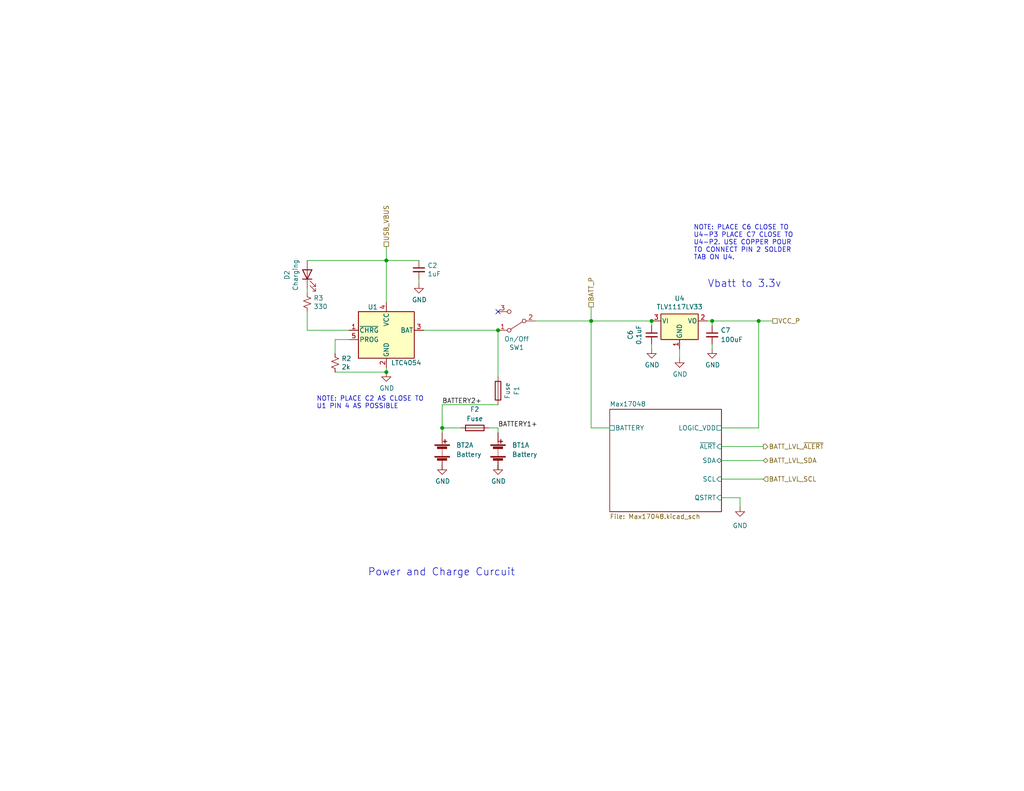
<source format=kicad_sch>
(kicad_sch (version 20231120) (generator "eeschema") (generator_version "8.0")
  (paper "USLetter")
  (title_block (title "RedTeamVillage") (date "2024-02-20") (rev "v1") (company "BadgePirates") (comment 1 "ESP32-S3 WROOM (WIFI/BTLE)") (comment 2 "USB to Serial Connector / MicroSD") (comment 3 "Lipo Charger / 14500 Battery x2 / Battery Guage") (comment 4 "4 Input Buttons  /Rotary Dials / SPI TFT"))
  (lib_symbols
    (symbol "BadgePirates:Battery_Connector_14500_x2" (pin_numbers hide) (pin_names (offset 0) hide)
      (property "Reference" "BT2" (at 3.81 1.651 0))
      (property "Value" "Battery" (at 3.81 -0.889 0))
      (symbol "Battery_Connector_14500_x2_0_1"
        (rectangle (start -2.032 -1.397) (end 2.032 -1.651) (fill (type outline)))
        (rectangle (start -2.032 1.778) (end 2.032 1.524) (fill (type outline)))
        (rectangle (start -1.3208 -1.9812) (end 1.27 -2.4892) (fill (type outline)))
        (rectangle (start -1.3208 1.1938) (end 1.27 0.6858) (fill (type outline)))
        (polyline (pts (xy 0 -1.524) (xy 0 -1.27)))
        (polyline (pts (xy 0 -1.016) (xy 0 -0.762)))
        (polyline (pts (xy 0 -0.508) (xy 0 -0.254)))
        (polyline (pts (xy 0 0) (xy 0 0.254)))
        (polyline (pts (xy 0 0.508) (xy 0 0.762)))
        (polyline (pts (xy 0 1.778) (xy 0 2.54)))
        (polyline (pts (xy 0.254 2.667) (xy 1.27 2.667)) (stroke (width 0.254)))
        (polyline (pts (xy 0.762 3.175) (xy 0.762 2.159)) (stroke (width 0.254)))
      )
      (symbol "Battery_Connector_14500_x2_1_1"
        (pin passive line (at 0 5.08 270) (length 2.54) (name "+") (number "1"))
        (pin passive line (at 0 -5.08 90) (length 2.54) (name "-") (number "2"))
      )
      (symbol "Battery_Connector_14500_x2_2_1"
        (pin passive line (at 0 5.08 270) (length 2.54) (name "+") (number "1"))
        (pin passive line (at 0 -5.08 90) (length 2.54) (name "-") (number "2"))
      )
    )
    (symbol "BadgePirates:C_.1uf_0805" (pin_numbers hide) (pin_names (offset 0.254) hide)
      (property "Reference" "C_.1uf_0805" (at 2.3368 1.1684 0))
      (property "Value" "0.1uF" (at 2.3368 -1.143 0))
      (symbol "C_.1uf_0805_0_1"
        (polyline (pts (xy -1.524 -0.508) (xy 1.524 -0.508)) (stroke (width 0.3302)))
        (polyline (pts (xy -1.524 0.508) (xy 1.524 0.508)) (stroke (width 0.3048)))
      )
      (symbol "C_.1uf_0805_1_1"
        (pin passive line (at 0 2.54 270) (length 2.032) (name "~") (number "1"))
        (pin passive line (at 0 -2.54 90) (length 2.032) (name "~") (number "2"))
      )
    )
    (symbol "BadgePirates:Fuse" (pin_numbers hide) (pin_names (offset 0))
      (property "Reference" "F1" (at -5.08 0 90))
      (property "Value" "Fuse" (at -2.54 0 90))
      (symbol "Fuse_0_1"
        (rectangle (start -0.762 -2.54) (end 0.762 2.54) (stroke (width 0.254)))
        (polyline (pts (xy 0 2.54) (xy 0 -2.54)))
      )
      (symbol "Fuse_1_1"
        (pin passive line (at 0 3.81 270) (length 1.27) (name "~") (number "1"))
        (pin passive line (at 0 -3.81 90) (length 1.27) (name "~") (number "2"))
      )
    )
    (symbol "BadgePirates:R_330k_1206" (pin_numbers hide) (pin_names (offset 0.254) hide)
      (property "Reference" "R3" (at 1.7272 1.1684 0))
      (property "Value" "330" (at 1.7272 -1.143 0))
      (symbol "R_330k_1206_1_1"
        (polyline (pts (xy 0 0) (xy 1.016 -0.381) (xy 0 -0.762) (xy -1.016 -1.143) (xy 0 -1.524)))
        (polyline (pts (xy 0 1.524) (xy 1.016 1.143) (xy 0 0.762) (xy -1.016 0.381) (xy 0 0)))
        (pin passive line (at 0 2.54 270) (length 1.016) (name "~") (number "1"))
        (pin passive line (at 0 -2.54 90) (length 1.016) (name "~") (number "2"))
      )
    )
    (symbol "Battery_Management:LTC4054ES5-4.2" (pin_names (offset 0.254))
      (property "Reference" "U" (at -5.842 6.604 0))
      (property "Value" "LTC4054ES5-4.2" (at 1.524 6.604 0))
      (symbol "LTC4054ES5-4.2_0_1"
        (rectangle (start -7.62 5.08) (end 7.62 -7.62) (stroke (width 0.254)) (fill (type background)))
      )
      (symbol "LTC4054ES5-4.2_1_1"
        (pin open_collector line (at -10.16 0 0) (length 2.54) (name "~{CHRG}") (number "1"))
        (pin power_in line (at 0 -10.16 90) (length 2.54) (name "GND") (number "2"))
        (pin power_out line (at 10.16 0 180) (length 2.54) (name "BAT") (number "3"))
        (pin power_in line (at 0 7.62 270) (length 2.54) (name "VCC") (number "4"))
        (pin bidirectional line (at -10.16 -2.54 0) (length 2.54) (name "PROG") (number "5"))
      )
    )
    (symbol "Device:C_Small" (pin_numbers hide) (pin_names (offset 0.254) hide)
      (property "Reference" "C" (at 0.254 1.778 0))
      (property "Value" "C_Small" (at 0.254 -2.032 0))
      (symbol "C_Small_0_1"
        (polyline (pts (xy -1.524 -0.508) (xy 1.524 -0.508)) (stroke (width 0.3302)))
        (polyline (pts (xy -1.524 0.508) (xy 1.524 0.508)) (stroke (width 0.3048)))
      )
      (symbol "C_Small_1_1"
        (pin passive line (at 0 2.54 270) (length 2.032) (name "~") (number "1"))
        (pin passive line (at 0 -2.54 90) (length 2.032) (name "~") (number "2"))
      )
    )
    (symbol "Device:Fuse" (pin_numbers hide) (pin_names (offset 0))
      (property "Reference" "F" (at 2.032 0 90))
      (property "Value" "Fuse" (at -1.905 0 90))
      (symbol "Fuse_0_1"
        (rectangle (start -0.762 -2.54) (end 0.762 2.54) (stroke (width 0.254)))
        (polyline (pts (xy 0 2.54) (xy 0 -2.54)))
      )
      (symbol "Fuse_1_1"
        (pin passive line (at 0 3.81 270) (length 1.27) (name "~") (number "1"))
        (pin passive line (at 0 -3.81 90) (length 1.27) (name "~") (number "2"))
      )
    )
    (symbol "Device:LED" (pin_numbers hide) (pin_names (offset 1.016) hide)
      (property "Reference" "D" (at 0 2.54 0))
      (property "Value" "LED" (at 0 -2.54 0))
      (symbol "LED_0_1"
        (polyline (pts (xy -1.27 -1.27) (xy -1.27 1.27)) (stroke (width 0.254)))
        (polyline (pts (xy -1.27 0) (xy 1.27 0)))
        (polyline (pts (xy 1.27 -1.27) (xy 1.27 1.27) (xy -1.27 0) (xy 1.27 -1.27)) (stroke (width 0.254)))
        (polyline (pts (xy -3.048 -0.762) (xy -4.572 -2.286) (xy -3.81 -2.286) (xy -4.572 -2.286) (xy -4.572 -1.524)))
        (polyline (pts (xy -1.778 -0.762) (xy -3.302 -2.286) (xy -2.54 -2.286) (xy -3.302 -2.286) (xy -3.302 -1.524)))
      )
      (symbol "LED_1_1"
        (pin passive line (at -3.81 0 0) (length 2.54) (name "K") (number "1"))
        (pin passive line (at 3.81 0 180) (length 2.54) (name "A") (number "2"))
      )
    )
    (symbol "Device:R_Small_US" (pin_numbers hide) (pin_names (offset 0.254) hide)
      (property "Reference" "R" (at 0.762 0.508 0))
      (property "Value" "R_Small_US" (at 0.762 -1.016 0))
      (symbol "R_Small_US_1_1"
        (polyline (pts (xy 0 0) (xy 1.016 -0.381) (xy 0 -0.762) (xy -1.016 -1.143) (xy 0 -1.524)))
        (polyline (pts (xy 0 1.524) (xy 1.016 1.143) (xy 0 0.762) (xy -1.016 0.381) (xy 0 0)))
        (pin passive line (at 0 2.54 270) (length 1.016) (name "~") (number "1"))
        (pin passive line (at 0 -2.54 90) (length 1.016) (name "~") (number "2"))
      )
    )
    (symbol "GND_1" (power) (pin_names (offset 0))
      (property "Value" "GND_1" (at 0 -3.81 0))
      (symbol "GND_1_0_1"
        (polyline (pts (xy 0 0) (xy 0 -1.27) (xy 1.27 -1.27) (xy 0 -2.54) (xy -1.27 -1.27) (xy 0 -1.27)))
      )
      (symbol "GND_1_1_1"
        (pin power_in line (at 0 0 270) (length 0) hide (name "GND") (number "1"))
      )
    )
    (symbol "Regulator_Linear:TLV1117-33" (pin_names (offset 0.254))
      (property "Reference" "U4" (at 0 6.1468 0))
      (property "Value" "TLV1117-33" (at 0 3.8354 0))
      (symbol "TLV1117-33_0_1"
        (rectangle (start -5.08 -5.08) (end 5.08 1.905) (stroke (width 0.254)) (fill (type background)))
      )
      (symbol "TLV1117-33_1_1"
        (pin power_in line (at 0 -7.62 90) (length 2.54) (name "GND") (number "1"))
        (pin power_out line (at 7.62 0 180) (length 2.54) (name "VO") (number "2"))
        (pin power_in line (at -7.62 0 0) (length 2.54) (name "VI") (number "3"))
        (pin power_in line (at 7.62 0 180) (length 2.54) hide (name "VO") (number "4"))
      )
    )
    (symbol "Switch:SW_SPDT" (pin_names (offset 0) hide)
      (property "Reference" "SW" (at 0 4.318 0))
      (property "Value" "SW_SPDT" (at 0 -5.08 0))
      (symbol "SW_SPDT_0_0"
        (circle (center -2.032 0) (radius 0.508))
        (circle (center 2.032 -2.54) (radius 0.508))
      )
      (symbol "SW_SPDT_0_1"
        (polyline (pts (xy -1.524 0.254) (xy 1.651 2.286)))
        (circle (center 2.032 2.54) (radius 0.508))
      )
      (symbol "SW_SPDT_1_1"
        (pin passive line (at 5.08 2.54 180) (length 2.54) (name "A") (number "1"))
        (pin passive line (at -5.08 0 0) (length 2.54) (name "B") (number "2"))
        (pin passive line (at 5.08 -2.54 180) (length 2.54) (name "C") (number "3"))
      )
    )
    (symbol "power:GND" (power) (pin_names (offset 0))
      (property "Value" "GND" (at 0 -3.81 0))
      (symbol "GND_0_1"
        (polyline (pts (xy 0 0) (xy 0 -1.27) (xy 1.27 -1.27) (xy 0 -2.54) (xy -1.27 -1.27) (xy 0 -1.27)))
      )
      (symbol "GND_1_1"
        (pin power_in line (at 0 0 270) (length 0) hide (name "GND") (number "1"))
      )
    )
  )
  (junction (at 161.29 87.63))
  (junction (at 194.31 87.63))
  (junction (at 105.41 71.12))
  (junction (at 207.01 87.63))
  (junction (at 105.41 101.6))
  (junction (at 177.8 87.63))
  (junction (at 120.65 116.84))
  (junction (at 135.89 90.17))
  (no_connect (at 135.89 85.09))
  (wire (pts (xy 161.29 87.63) (xy 177.8 87.63)))
  (wire (pts (xy 83.82 71.12) (xy 105.41 71.12)))
  (wire (pts (xy 196.85 125.73) (xy 208.28 125.73)))
  (wire (pts (xy 207.01 87.63) (xy 194.31 87.63)))
  (wire (pts (xy 196.85 130.81) (xy 208.28 130.81)))
  (wire (pts (xy 83.82 78.74) (xy 83.82 80.01)))
  (wire (pts (xy 120.65 116.84) (xy 125.73 116.84)))
  (wire (pts (xy 120.65 116.84) (xy 120.65 118.11)))
  (wire (pts (xy 115.57 90.17) (xy 135.89 90.17)))
  (wire (pts (xy 177.8 88.9) (xy 177.8 87.63)))
  (wire (pts (xy 105.41 71.12) (xy 105.41 82.55)))
  (wire (pts (xy 83.82 85.09) (xy 83.82 90.17)))
  (wire (pts (xy 133.35 116.84) (xy 135.89 116.84)))
  (wire (pts (xy 146.05 87.63) (xy 161.29 87.63)))
  (wire (pts (xy 161.29 87.63) (xy 161.29 116.84)))
  (wire (pts (xy 120.65 128.27) (xy 120.65 127)))
  (wire (pts (xy 91.44 92.71) (xy 91.44 96.52)))
  (wire (pts (xy 201.93 138.43) (xy 201.93 135.89)))
  (wire (pts (xy 105.41 67.31) (xy 105.41 71.12)))
  (wire (pts (xy 135.89 110.49) (xy 120.65 110.49)))
  (wire (pts (xy 161.29 116.84) (xy 166.37 116.84)))
  (wire (pts (xy 105.41 100.33) (xy 105.41 101.6)))
  (wire (pts (xy 207.01 116.84) (xy 196.85 116.84)))
  (wire (pts (xy 207.01 87.63) (xy 210.82 87.63)))
  (wire (pts (xy 135.89 116.84) (xy 135.89 118.11)))
  (wire (pts (xy 194.31 93.98) (xy 194.31 95.25)))
  (wire (pts (xy 114.3 76.2) (xy 114.3 77.47)))
  (wire (pts (xy 196.85 121.92) (xy 208.28 121.92)))
  (wire (pts (xy 95.25 92.71) (xy 91.44 92.71)))
  (wire (pts (xy 105.41 71.12) (xy 114.3 71.12)))
  (wire (pts (xy 207.01 87.63) (xy 207.01 116.84)))
  (wire (pts (xy 83.82 90.17) (xy 95.25 90.17)))
  (wire (pts (xy 91.44 101.6) (xy 105.41 101.6)))
  (wire (pts (xy 177.8 95.25) (xy 177.8 93.98)))
  (wire (pts (xy 135.89 128.27) (xy 135.89 127)))
  (wire (pts (xy 120.65 110.49) (xy 120.65 116.84)))
  (wire (pts (xy 161.29 83.82) (xy 161.29 87.63)))
  (wire (pts (xy 201.93 135.89) (xy 196.85 135.89)))
  (wire (pts (xy 194.31 87.63) (xy 194.31 88.9)))
  (wire (pts (xy 185.42 95.25) (xy 185.42 97.79)))
  (wire (pts (xy 193.04 87.63) (xy 194.31 87.63)))
  (wire (pts (xy 135.89 90.17) (xy 135.89 102.87)))
  (text "Power and Charge Curcuit\n" (at 100.33 157.48 0) (effects (font (size 2.0066 2.0066)) (justify left bottom)))
  (text "NOTE: PLACE C2 AS CLOSE TO\nU1 PIN 4 AS POSSIBLE" (at 86.36 111.76 0) (effects (font (size 1.27 1.27)) (justify left bottom)))
  (text "NOTE: PLACE C6 CLOSE TO\nU4-P3 PLACE C7 CLOSE TO\nU4-P2. USE COPPER POUR\nTO CONNECT PIN 2 SOLDER\nTAB ON U4." (at 189.23 71.12 0) (effects (font (size 1.27 1.27)) (justify left bottom)))
  (text "Vbatt to 3.3v" (at 193.04 78.74 0) (effects (font (size 2.0066 2.0066)) (justify left bottom)))
  (label "BATTERY2+" (at 120.65 110.49 0))
  (label "BATTERY1+" (at 135.89 116.84 0))
  (hierarchical_label "BATT_LVL_~{ALERT}" (shape output) (at 208.28 121.92 0))
  (hierarchical_label "BATT_P" (shape passive) (at 161.29 83.82 90))
  (hierarchical_label "BATT_LVL_SDA" (shape bidirectional) (at 208.28 125.73 0))
  (hierarchical_label "VCC_P" (shape passive) (at 210.82 87.63 0))
  (hierarchical_label "USB_VBUS" (shape passive) (at 105.41 67.31 90))
  (hierarchical_label "BATT_LVL_SCL" (shape input) (at 208.28 130.81 0))
  (symbol (lib_id "power:GND") (at 120.65 127 0) (unit 1)
    (property "Reference" "#PWR039" (effects (hide yes)))
    (property "Value" "GND" (at 120.777 131.3942 0))
  )
  (symbol (lib_id "Device:LED") (at 83.82 74.93 90) (unit 1)
    (property "Reference" "D2" (at 78.3082 75.1078 0))
    (property "Value" "Charging" (at 80.6196 75.1078 0))
    (property "Footprint" "BadgePirates:LED_1206" (effects (hide yes)))
    (property "MFG" "Foshan NationStar Optoelectronics" (effects (hide yes)))
    (property "MFG_PN" "NCD1206B1" (effects (hide yes)))
    (property "Vendor1" "LCSC" (effects (hide yes)))
    (property "Vendor1_PN" "C130717" (effects (hide yes)))
    (property "Vendor1_URL" "https://www.lcsc.com/product-detail/Light-Emitting-Diodes-span-style-background-color-ff0-LED-span_Foshan-NationStar-Optoelectronics-NCD1206B1_C130717.html" (effects (hide yes)))
  )
  (symbol (lib_id "Battery_Management:LTC4054ES5-4.2") (at 105.41 90.17 0) (unit 1)
    (property "Reference" "U1" (at 100.33 83.82 0) (effects (justify left)))
    (property "Value" "LTC4054" (at 106.68 99.06 0) (effects (justify left)))
    (property "Footprint" "BadgePirates:LTC4054" (effects (hide yes)))
    (property "Datasheet" "https://datasheet.lcsc.com/lcsc/1912111437_TPOWER-TP4054ST25K_C382138.pdf" (effects (hide yes)))
    (property "MFG" "TPOWER" (effects (hide yes)))
    (property "MFG_PN" "TP4054ST25K" (effects (hide yes)))
    (property "Vendor1" "LCSC" (effects (hide yes)))
    (property "Vendor1_PN" "TP4054ST25K" (effects (hide yes)))
    (property "Vendor1_URL" "https://www.lcsc.com/product-detail/Battery-Management-ICs_TPOWER-TP4054ST25K_C382138.html" (effects (hide yes)))
  )
  (symbol (lib_id "BadgePirates:Battery_Connector_14500_x2") (at 135.89 123.19 0) (unit 1)
    (property "Reference" "BT1" (at 139.7 121.539 0) (effects (justify left)))
    (property "Value" "Battery" (at 139.7 124.079 0) (effects (justify left)))
    (property "Footprint" "BadgePirates:Battery - 14500" (effects (hide yes)))
    (property "Datasheet" "https://www.keyelco.com/userAssets/file/M65p10.pdf" (effects (hide yes)))
    (property "MFG" "Keystone Electronics" (effects (hide yes)))
    (property "MFG_PN" "53" (effects (hide yes)))
    (property "Vendor1" "DigiKey" (effects (hide yes)))
    (property "Vendor1_PN" "36-53-ND" (effects (hide yes)))
    (property "Vendor1_URL" "https://www.digikey.com/en/products/detail/keystone-electronics/53/2745544" (effects (hide yes)))
  )
  (symbol (lib_id "power:GND") (at 185.42 97.79 0) (unit 1)
    (property "Reference" "#PWR035" (effects (hide yes)))
    (property "Value" "GND" (at 185.547 102.1842 0))
  )
  (symbol (lib_id "Regulator_Linear:TLV1117-33") (at 185.42 87.63 0) (unit 1)
    (property "Reference" "U4" (at 185.42 81.4832 0))
    (property "Value" "TLV1117LV33" (at 185.42 83.7946 0))
    (property "Footprint" "BadgePirates:SOT-223" (effects (hide yes)))
    (property "Datasheet" "https://datasheet.lcsc.com/lcsc/1809050431_Texas-Instruments-TLV1117LV33DCYR_C15578.pdf" (effects (hide yes)))
    (property "OrderURL" "https://www.lcsc.com/product-detail/_Texas-Instruments-_C15578.html" (effects (hide yes)))
    (property "MFG" "Texas Instruments" (effects (hide yes)))
    (property "MFG_PN" "TLV1117LV33DCYR" (effects (hide yes)))
    (property "Vendor1" "LCSC" (effects (hide yes)))
    (property "Vendor1_PN" "C15578" (effects (hide yes)))
    (property "Vendor1_URL" "https://www.lcsc.com/product-detail/_Texas-Instruments-_C15578.html" (effects (hide yes)))
  )
  (symbol (lib_id "BadgePirates:R_330k_1206") (at 83.82 82.55 0) (unit 1)
    (property "Reference" "R3" (at 85.5472 81.3816 0) (effects (justify left)))
    (property "Value" "330" (at 85.5472 83.693 0) (effects (justify left)))
    (property "Footprint" "BadgePirates:R_1206_3216Metric" (effects (hide yes)))
    (property "Datasheet" "https://datasheet.lcsc.com/lcsc/2304140030_YAGEO-AC1206JR-07330KL_C229929.pdf" (effects (hide yes)))
    (property "MFG" "YAGEO" (effects (hide yes)))
    (property "MFG_PN" "AC1206JR-07330KL" (effects (hide yes)))
    (property "Vendor1" "LCSC" (effects (hide yes)))
    (property "Vendor1_PN" "C229929" (effects (hide yes)))
    (property "Vendor1_URL" "https://www.lcsc.com/product-detail/Chip-Resistor-Surface-Mount_YAGEO-AC1206JR-07330KL_C229929.html" (effects (hide yes)))
  )
  (symbol (lib_id "power:GND") (at 177.8 95.25 0) (unit 1)
    (property "Reference" "#PWR031" (effects (hide yes)))
    (property "Value" "GND" (at 177.927 99.6442 0))
  )
  (symbol (lib_id "power:GND") (at 194.31 95.25 0) (unit 1)
    (property "Reference" "#PWR038" (effects (hide yes)))
    (property "Value" "GND" (at 194.437 99.6442 0))
  )
  (symbol (lib_id "power:GND") (at 114.3 77.47 0) (unit 1)
    (property "Reference" "#PWR015" (effects (hide yes)))
    (property "Value" "GND" (at 114.427 81.8642 0))
  )
  (symbol (lib_id "Device:R_Small_US") (at 91.44 99.06 0) (unit 1)
    (property "Reference" "R2" (at 93.1672 97.8916 0) (effects (justify left)))
    (property "Value" "2k" (at 93.1672 100.203 0) (effects (justify left)))
    (property "Footprint" "BadgePirates:R_1206_3216Metric" (effects (hide yes)))
    (property "Datasheet" "https://datasheet.lcsc.com/lcsc/2304140030_YAGEO-RC1206FR-072KL_C133543.pdf" (effects (hide yes)))
    (property "MFG" "YAGEO" (effects (hide yes)))
    (property "MFG_PN" "RC1206FR-072KL" (effects (hide yes)))
    (property "Vendor1" "LCSC" (effects (hide yes)))
    (property "Vendor1_PN" "C133543" (effects (hide yes)))
    (property "Vendor1_URL" "https://www.lcsc.com/product-detail/Chip-Resistor-Surface-Mount_YAGEO-RC1206FR-072KL_C133543.html" (effects (hide yes)))
  )
  (symbol (lib_id "power:GND") (at 135.89 127 0) (unit 1)
    (property "Reference" "#PWR01" (effects (hide yes)))
    (property "Value" "GND" (at 136.017 131.3942 0))
  )
  (symbol (lib_id "Device:C_Small") (at 194.31 91.44 0) (unit 1)
    (property "Reference" "C7" (at 196.6214 90.1735 0) (effects (justify left)))
    (property "Value" "100uF" (at 196.6214 92.7104 0) (effects (justify left)))
    (property "Footprint" "BadgePirates:100uf_CP_Pad1.50x2.35mm" (effects (hide yes)))
    (property "Datasheet" "https://datasheet.lcsc.com/lcsc/2304140030_Kyocera-AVX-TAJB107M006RNJ_C7195.pdf" (effects (hide yes)))
    (property "Package" "CASE-B-3528" (effects (hide yes)))
    (property "MFG" "KYOCERA AVX" (effects (hide yes)))
    (property "MFG_PN" "TAJB107M006RNJ" (effects (hide yes)))
    (property "Vendor1" "LCSC" (effects (hide yes)))
    (property "Vendor1_PN" "C7195" (effects (hide yes)))
    (property "Vendor1_URL" "https://www.lcsc.com/product-detail/Tantalum-Capacitors_Kyocera-AVX-TAJB107M006RNJ_C7195.html" (effects (hide yes)))
  )
  (symbol (lib_id "Switch:SW_SPDT") (at 140.97 87.63 180) (unit 1)
    (property "Reference" "SW1" (at 140.97 94.869 0))
    (property "Value" "On/Off" (at 140.97 92.5576 0))
    (property "Footprint" "BadgePirates:SW_SPDT_PCM12" (effects (hide yes)))
    (property "Datasheet" "https://datasheet.lcsc.com/lcsc/1808041445_ALPSALPINE-SSSS811101_C109335.pdf" (effects (hide yes)))
    (property "MFG" "ALPSALPINE" (effects (hide yes)))
    (property "MFG_PN" "SSSS811101" (effects (hide yes)))
    (property "Vendor1" "LCSC" (effects (hide yes)))
    (property "Vendor1_PN" "C109335" (effects (hide yes)))
    (property "Vendor1_URL" "https://www.lcsc.com/product-detail/Slide-Switches_ALPSALPINE-SSSS811101_C109335.html" (effects (hide yes)))
  )
  (symbol (lib_id "Device:C_Small") (at 114.3 73.66 0) (unit 1)
    (property "Reference" "C2" (at 116.6368 72.4916 0) (effects (justify left)))
    (property "Value" "1uF" (at 116.6368 74.803 0) (effects (justify left)))
    (property "Footprint" "BadgePirates:C_0805_2012Metric" (effects (hide yes)))
    (property "Datasheet" "https://datasheet.lcsc.com/lcsc/2304140030_Samsung-Electro-Mechanics-CL21B105KBFNNNE_C28323.pdf" (effects (hide yes)))
    (property "MFG" "Samsung Electro-Mechanics" (effects (hide yes)))
    (property "MFG_PN" "CL21B105KBFNNNE" (effects (hide yes)))
    (property "Vendor1" "LCSC" (effects (hide yes)))
    (property "Vendor1_PN" "C28323" (effects (hide yes)))
    (property "Vendor1_URL" "https://www.lcsc.com/product-detail/Multilayer-Ceramic-Capacitors-MLCC-SMD-SMT_Samsung-Electro-Mechanics-CL21B105KBFNNNE_C28323.html" (effects (hide yes)))
  )
  (symbol (lib_id "BadgePirates:C_.1uf_0805") (at 177.8 91.44 0) (unit 1)
    (property "Reference" "C6" (at 171.9834 91.44 90))
    (property "Value" "0.1uF" (at 174.2948 91.44 90))
    (property "Footprint" "BadgePirates:C_0805_2012Metric" (effects (hide yes)))
    (property "Datasheet" "https://datasheet.lcsc.com/lcsc/2304140030_TORCH-CT41G-0805-2X1-50V-0-1-F-K-N_C126469.pdf" (effects (hide yes)))
    (property "MFG" "TORCH " (effects (hide yes)))
    (property "MFG_PN" "CT41G-0805-2X1-50V-0.1μF-K(N)" (effects (hide yes)))
    (property "Vendor1" "LCSC" (effects (hide yes)))
    (property "Vendor1_PN" "C126469" (effects (hide yes)))
    (property "Vendor1_URL" "https://www.lcsc.com/product-detail/Multilayer-Ceramic-Capacitors-MLCC-SMD-SMT_TORCH-CT41G-0805-2X1-50V-0-1-F-K-N_C126469.html" (effects (hide yes)))
  )
  (symbol (lib_id "BadgePirates:Fuse") (at 129.54 116.84 270) (unit 1)
    (property "Reference" "F2" (at 129.54 111.76 90))
    (property "Value" "Fuse" (at 129.54 114.3 90))
    (property "Footprint" "BadgePirates:R_1206_3216Metric" (effects (hide yes)))
    (property "Datasheet" "https://datasheet.lcsc.com/lcsc/1810101859_TLC-Electronic-TLC-NSMD200_C261957.pdf" (effects (hide yes)))
    (property "MFG" "TLC Electronic" (effects (hide yes)))
    (property "MFG_PN" "TLC-NSMD200" (effects (hide yes)))
    (property "Vendor1" "LCSC" (effects (hide yes)))
    (property "Vendor1_PN" "C261957" (effects (hide yes)))
    (property "Vendor1_URL" "https://www.lcsc.com/product-detail/Resettable-Fuses_TLC-Electronic-TLC-NSMD200_C261957.html" (effects (hide yes)))
  )
  (symbol (lib_id "Device:Fuse") (at 135.89 106.68 180) (unit 1)
    (property "Reference" "F1" (at 140.97 106.68 90))
    (property "Value" "Fuse" (at 138.43 106.68 90))
    (property "Footprint" "BadgePirates:R_1206_3216Metric" (effects (hide yes)))
    (property "Datasheet" "https://datasheet.lcsc.com/lcsc/1810101859_TLC-Electronic-TLC-NSMD200_C261957.pdf" (effects (hide yes)))
    (property "MFG" "TLC Electronic" (effects (hide yes)))
    (property "MFG_PN" "TLC-NSMD200" (effects (hide yes)))
    (property "Vendor1" "LCSC" (effects (hide yes)))
    (property "Vendor1_PN" "C261957" (effects (hide yes)))
    (property "Vendor1_URL" "https://www.lcsc.com/product-detail/Resettable-Fuses_TLC-Electronic-TLC-NSMD200_C261957.html" (effects (hide yes)))
  )
  (symbol (lib_name "GND_1") (lib_id "power:GND") (at 201.93 138.43 0) (unit 1)
    (property "Reference" "#PWR062" (effects (hide yes)))
    (property "Value" "GND" (at 201.93 143.51 0))
  )
  (symbol (lib_id "power:GND") (at 105.41 101.6 0) (unit 1)
    (property "Reference" "#PWR012" (effects (hide yes)))
    (property "Value" "GND" (at 105.537 105.9942 0))
  )
  (symbol (lib_id "BadgePirates:Battery_Connector_14500_x2") (at 120.65 123.19 0) (unit 1)
    (property "Reference" "BT2" (at 124.46 121.539 0) (effects (justify left)))
    (property "Value" "Battery" (at 124.46 124.079 0) (effects (justify left)))
    (property "Footprint" "BadgePirates:Battery - 14500" (effects (hide yes)))
    (property "Datasheet" "https://www.keyelco.com/userAssets/file/M65p10.pdf" (effects (hide yes)))
    (property "MFG" "Keystone Electronics" (effects (hide yes)))
    (property "MFG_PN" "53" (effects (hide yes)))
    (property "Vendor1" "DigiKey" (effects (hide yes)))
    (property "Vendor1_PN" "36-53-ND" (effects (hide yes)))
    (property "Vendor1_URL" "https://www.digikey.com/en/products/detail/keystone-electronics/53/2745544" (effects (hide yes)))
  )
  (sheet (at 166.37 111.76) (size 30.48 27.94) (stroke (width 0.1524))
    (property "Sheetname" "Max17048" (at 166.37 111.0484 0) (effects (justify left bottom)))
    (property "Sheetfile" "Max17048.kicad_sch" (at 166.37 140.2846 0) (effects (justify left top)))
    (pin "BATTERY" passive (at 166.37 116.84 180))
    (pin "QSTRT" input (at 196.85 135.89 0))
    (pin "SCL" input (at 196.85 130.81 0))
    (pin "LOGIC_VDD" passive (at 196.85 116.84 0))
    (pin "~{ALRT}" input (at 196.85 121.92 0))
    (pin "SDA" bidirectional (at 196.85 125.73 0))
  )
)
</source>
